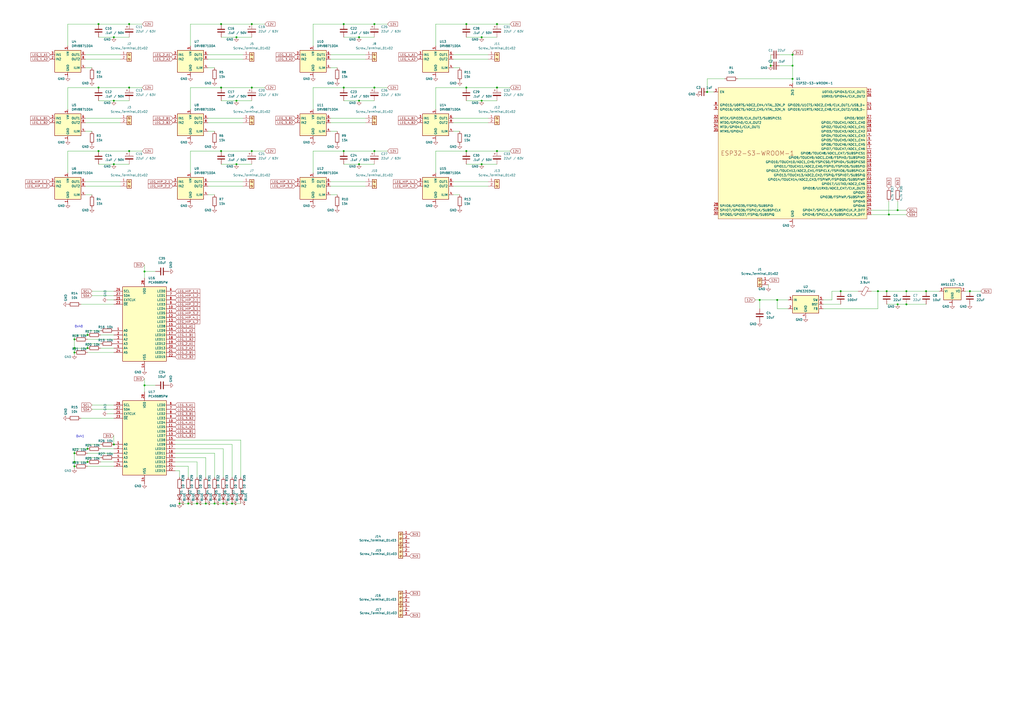
<source format=kicad_sch>
(kicad_sch (version 20231120) (generator "eeschema") (generator_version "8.0")
  (paper "A2")
  (junction (at 74.93 13.97))
  (junction (at 124.46 292.1))
  (junction (at 57.15 13.97))
  (junction (at 270.51 50.8))
  (junction (at 66.04 257.81))
  (junction (at 83.82 223.52))
  (junction (at 57.15 50.8))
  (junction (at 114.3 292.1))
  (junction (at 279.4 58.42))
  (junction (at 74.93 87.63))
  (junction (at 128.27 50.8))
  (junction (at 146.05 13.97))
  (junction (at 199.39 13.97))
  (junction (at 270.51 13.97))
  (junction (at 50.8 194.31))
  (junction (at 520.7 176.53))
  (junction (at 288.29 50.8))
  (junction (at 137.16 21.59))
  (junction (at 43.18 196.85))
  (junction (at 57.15 87.63))
  (junction (at 50.8 260.35))
  (junction (at 128.27 87.63))
  (junction (at 66.04 58.42))
  (junction (at 459.74 38.1))
  (junction (at 129.54 292.1))
  (junction (at 50.8 267.97))
  (junction (at 43.18 262.89))
  (junction (at 537.21 168.91))
  (junction (at 43.18 270.51))
  (junction (at 459.74 31.75))
  (junction (at 450.85 173.99))
  (junction (at 562.61 168.91))
  (junction (at 74.93 50.8))
  (junction (at 43.18 267.97))
  (junction (at 288.29 13.97))
  (junction (at 440.69 173.99))
  (junction (at 279.4 21.59))
  (junction (at 208.28 21.59))
  (junction (at 217.17 13.97))
  (junction (at 208.28 95.25))
  (junction (at 447.04 38.1))
  (junction (at 83.82 157.48))
  (junction (at 288.29 87.63))
  (junction (at 119.38 292.1))
  (junction (at 509.27 168.91))
  (junction (at 525.78 176.53))
  (junction (at 459.74 45.72))
  (junction (at 279.4 95.25))
  (junction (at 134.62 292.1))
  (junction (at 514.35 168.91))
  (junction (at 50.8 201.93))
  (junction (at 146.05 87.63))
  (junction (at 199.39 87.63))
  (junction (at 137.16 95.25))
  (junction (at 199.39 50.8))
  (junction (at 137.16 58.42))
  (junction (at 487.68 168.91))
  (junction (at 515.62 124.46))
  (junction (at 104.14 292.1))
  (junction (at 217.17 50.8))
  (junction (at 109.22 292.1))
  (junction (at 410.21 53.34))
  (junction (at 128.27 13.97))
  (junction (at 217.17 87.63))
  (junction (at 43.18 201.93))
  (junction (at 66.04 21.59))
  (junction (at 520.7 121.92))
  (junction (at 146.05 50.8))
  (junction (at 208.28 58.42))
  (junction (at 270.51 87.63))
  (junction (at 525.78 168.91))
  (junction (at 43.18 204.47))
  (junction (at 66.04 95.25))
  (wire (pts (xy 270.51 50.8) (xy 288.29 50.8)))
  (wire (pts (xy 62.23 240.03) (xy 66.04 240.03)))
  (wire (pts (xy 46.99 176.53) (xy 66.04 176.53)))
  (wire (pts (xy 137.16 21.59) (xy 146.05 21.59)))
  (wire (pts (xy 129.54 292.1) (xy 134.62 292.1)))
  (wire (pts (xy 438.15 173.99) (xy 440.69 173.99)))
  (wire (pts (xy 134.62 292.1) (xy 139.7 292.1)))
  (wire (pts (xy 445.77 166.37) (xy 445.77 165.1)))
  (wire (pts (xy 53.34 171.45) (xy 66.04 171.45)))
  (wire (pts (xy 57.15 87.63) (xy 74.93 87.63)))
  (wire (pts (xy 101.6 257.81) (xy 134.62 257.81)))
  (wire (pts (xy 208.28 58.42) (xy 217.17 58.42)))
  (wire (pts (xy 57.15 58.42) (xy 66.04 58.42)))
  (wire (pts (xy 50.8 191.77) (xy 50.8 194.31)))
  (wire (pts (xy 50.8 260.35) (xy 43.18 260.35)))
  (wire (pts (xy 114.3 292.1) (xy 119.38 292.1)))
  (wire (pts (xy 459.74 45.72) (xy 459.74 48.26)))
  (wire (pts (xy 58.42 260.35) (xy 66.04 260.35)))
  (wire (pts (xy 505.46 168.91) (xy 509.27 168.91)))
  (wire (pts (xy 427.99 45.72) (xy 459.74 45.72)))
  (wire (pts (xy 58.42 199.39) (xy 50.8 199.39)))
  (wire (pts (xy 270.51 21.59) (xy 279.4 21.59)))
  (wire (pts (xy 49.53 31.75) (xy 69.85 31.75)))
  (wire (pts (xy 520.7 116.84) (xy 520.7 121.92)))
  (wire (pts (xy 101.6 267.97) (xy 114.3 267.97)))
  (wire (pts (xy 181.61 87.63) (xy 199.39 87.63)))
  (wire (pts (xy 217.17 50.8) (xy 224.79 50.8)))
  (wire (pts (xy 562.61 168.91) (xy 568.96 168.91)))
  (wire (pts (xy 119.38 265.43) (xy 119.38 276.86)))
  (wire (pts (xy 120.65 76.2) (xy 124.46 76.2)))
  (wire (pts (xy 128.27 13.97) (xy 146.05 13.97)))
  (wire (pts (xy 252.73 26.67) (xy 252.73 13.97)))
  (wire (pts (xy 110.49 13.97) (xy 128.27 13.97)))
  (wire (pts (xy 262.89 68.58) (xy 283.21 68.58)))
  (wire (pts (xy 50.8 196.85) (xy 66.04 196.85)))
  (wire (pts (xy 57.15 21.59) (xy 66.04 21.59)))
  (wire (pts (xy 120.65 34.29) (xy 140.97 34.29)))
  (wire (pts (xy 482.6 168.91) (xy 487.68 168.91)))
  (wire (pts (xy 49.53 113.03) (xy 53.34 113.03)))
  (wire (pts (xy 199.39 95.25) (xy 208.28 95.25)))
  (wire (pts (xy 262.89 34.29) (xy 283.21 34.29)))
  (wire (pts (xy 43.18 262.89) (xy 43.18 267.97)))
  (wire (pts (xy 49.53 105.41) (xy 69.85 105.41)))
  (wire (pts (xy 279.4 21.59) (xy 288.29 21.59)))
  (wire (pts (xy 509.27 179.07) (xy 509.27 168.91)))
  (wire (pts (xy 452.12 31.75) (xy 459.74 31.75)))
  (wire (pts (xy 110.49 87.63) (xy 128.27 87.63)))
  (wire (pts (xy 146.05 87.63) (xy 153.67 87.63)))
  (wire (pts (xy 477.52 173.99) (xy 482.6 173.99)))
  (wire (pts (xy 83.82 161.29) (xy 83.82 157.48)))
  (wire (pts (xy 450.85 179.07) (xy 457.2 179.07)))
  (wire (pts (xy 514.35 168.91) (xy 525.78 168.91)))
  (wire (pts (xy 262.89 31.75) (xy 283.21 31.75)))
  (wire (pts (xy 191.77 34.29) (xy 212.09 34.29)))
  (wire (pts (xy 110.49 26.67) (xy 110.49 13.97)))
  (wire (pts (xy 39.37 13.97) (xy 57.15 13.97)))
  (wire (pts (xy 120.65 31.75) (xy 140.97 31.75)))
  (wire (pts (xy 482.6 173.99) (xy 482.6 168.91)))
  (wire (pts (xy 181.61 13.97) (xy 199.39 13.97)))
  (wire (pts (xy 270.51 58.42) (xy 279.4 58.42)))
  (wire (pts (xy 50.8 199.39) (xy 50.8 201.93)))
  (wire (pts (xy 199.39 13.97) (xy 217.17 13.97)))
  (wire (pts (xy 525.78 176.53) (xy 537.21 176.53)))
  (wire (pts (xy 440.69 173.99) (xy 450.85 173.99)))
  (wire (pts (xy 83.82 227.33) (xy 83.82 223.52)))
  (wire (pts (xy 39.37 100.33) (xy 39.37 87.63)))
  (wire (pts (xy 129.54 260.35) (xy 129.54 276.86)))
  (wire (pts (xy 50.8 257.81) (xy 50.8 260.35)))
  (wire (pts (xy 128.27 58.42) (xy 137.16 58.42)))
  (wire (pts (xy 66.04 21.59) (xy 74.93 21.59)))
  (wire (pts (xy 101.6 262.89) (xy 124.46 262.89)))
  (wire (pts (xy 49.53 68.58) (xy 69.85 68.58)))
  (wire (pts (xy 120.65 113.03) (xy 124.46 113.03)))
  (wire (pts (xy 49.53 107.95) (xy 69.85 107.95)))
  (wire (pts (xy 58.42 257.81) (xy 50.8 257.81)))
  (wire (pts (xy 181.61 26.67) (xy 181.61 13.97)))
  (wire (pts (xy 58.42 191.77) (xy 50.8 191.77)))
  (wire (pts (xy 49.53 71.12) (xy 69.85 71.12)))
  (wire (pts (xy 199.39 58.42) (xy 208.28 58.42)))
  (wire (pts (xy 110.49 50.8) (xy 128.27 50.8)))
  (wire (pts (xy 288.29 13.97) (xy 295.91 13.97)))
  (wire (pts (xy 191.77 113.03) (xy 195.58 113.03)))
  (wire (pts (xy 487.68 168.91) (xy 497.84 168.91)))
  (wire (pts (xy 53.34 234.95) (xy 66.04 234.95)))
  (wire (pts (xy 83.82 219.71) (xy 83.82 223.52)))
  (wire (pts (xy 66.04 95.25) (xy 74.93 95.25)))
  (wire (pts (xy 252.73 13.97) (xy 270.51 13.97)))
  (wire (pts (xy 43.18 270.51) (xy 43.18 271.78)))
  (wire (pts (xy 119.38 292.1) (xy 124.46 292.1)))
  (wire (pts (xy 279.4 95.25) (xy 288.29 95.25)))
  (wire (pts (xy 270.51 87.63) (xy 288.29 87.63)))
  (wire (pts (xy 53.34 237.49) (xy 66.04 237.49)))
  (wire (pts (xy 146.05 13.97) (xy 153.67 13.97)))
  (wire (pts (xy 109.22 270.51) (xy 109.22 276.86)))
  (wire (pts (xy 57.15 50.8) (xy 74.93 50.8)))
  (wire (pts (xy 288.29 87.63) (xy 295.91 87.63)))
  (wire (pts (xy 537.21 168.91) (xy 544.83 168.91)))
  (wire (pts (xy 199.39 50.8) (xy 217.17 50.8)))
  (wire (pts (xy 110.49 63.5) (xy 110.49 50.8)))
  (wire (pts (xy 124.46 262.89) (xy 124.46 276.86)))
  (wire (pts (xy 128.27 21.59) (xy 137.16 21.59)))
  (wire (pts (xy 58.42 201.93) (xy 66.04 201.93)))
  (wire (pts (xy 191.77 39.37) (xy 195.58 39.37)))
  (wire (pts (xy 252.73 87.63) (xy 270.51 87.63)))
  (wire (pts (xy 66.04 252.73) (xy 66.04 257.81)))
  (wire (pts (xy 50.8 270.51) (xy 66.04 270.51)))
  (wire (pts (xy 101.6 265.43) (xy 119.38 265.43)))
  (wire (pts (xy 120.65 39.37) (xy 124.46 39.37)))
  (wire (pts (xy 50.8 194.31) (xy 43.18 194.31)))
  (wire (pts (xy 217.17 87.63) (xy 224.79 87.63)))
  (wire (pts (xy 208.28 95.25) (xy 217.17 95.25)))
  (wire (pts (xy 66.04 58.42) (xy 74.93 58.42)))
  (wire (pts (xy 208.28 21.59) (xy 217.17 21.59)))
  (wire (pts (xy 191.77 68.58) (xy 212.09 68.58)))
  (wire (pts (xy 50.8 262.89) (xy 66.04 262.89)))
  (wire (pts (xy 450.85 173.99) (xy 450.85 179.07)))
  (wire (pts (xy 49.53 39.37) (xy 53.34 39.37)))
  (wire (pts (xy 101.6 273.05) (xy 104.14 273.05)))
  (wire (pts (xy 270.51 95.25) (xy 279.4 95.25)))
  (wire (pts (xy 49.53 76.2) (xy 53.34 76.2)))
  (wire (pts (xy 520.7 176.53) (xy 525.78 176.53)))
  (wire (pts (xy 191.77 71.12) (xy 212.09 71.12)))
  (wire (pts (xy 124.46 292.1) (xy 129.54 292.1)))
  (wire (pts (xy 440.69 173.99) (xy 440.69 179.07)))
  (wire (pts (xy 53.34 168.91) (xy 66.04 168.91)))
  (wire (pts (xy 450.85 173.99) (xy 457.2 173.99)))
  (wire (pts (xy 50.8 265.43) (xy 50.8 267.97)))
  (wire (pts (xy 505.46 121.92) (xy 520.7 121.92)))
  (wire (pts (xy 43.18 201.93) (xy 43.18 204.47)))
  (wire (pts (xy 74.93 13.97) (xy 82.55 13.97)))
  (wire (pts (xy 74.93 50.8) (xy 82.55 50.8)))
  (wire (pts (xy 459.74 30.48) (xy 459.74 31.75)))
  (wire (pts (xy 279.4 58.42) (xy 288.29 58.42)))
  (wire (pts (xy 146.05 50.8) (xy 153.67 50.8)))
  (wire (pts (xy 50.8 204.47) (xy 66.04 204.47)))
  (wire (pts (xy 262.89 113.03) (xy 266.7 113.03)))
  (wire (pts (xy 262.89 105.41) (xy 283.21 105.41)))
  (wire (pts (xy 181.61 100.33) (xy 181.61 87.63)))
  (wire (pts (xy 137.16 95.25) (xy 146.05 95.25)))
  (wire (pts (xy 191.77 76.2) (xy 195.58 76.2)))
  (wire (pts (xy 191.77 107.95) (xy 212.09 107.95)))
  (wire (pts (xy 181.61 50.8) (xy 199.39 50.8)))
  (wire (pts (xy 101.6 270.51) (xy 109.22 270.51)))
  (wire (pts (xy 270.51 13.97) (xy 288.29 13.97)))
  (wire (pts (xy 262.89 39.37) (xy 266.7 39.37)))
  (wire (pts (xy 109.22 292.1) (xy 114.3 292.1)))
  (wire (pts (xy 50.8 267.97) (xy 43.18 267.97)))
  (wire (pts (xy 191.77 31.75) (xy 212.09 31.75)))
  (wire (pts (xy 199.39 21.59) (xy 208.28 21.59)))
  (wire (pts (xy 181.61 63.5) (xy 181.61 50.8)))
  (wire (pts (xy 120.65 71.12) (xy 140.97 71.12)))
  (wire (pts (xy 104.14 292.1) (xy 109.22 292.1)))
  (wire (pts (xy 120.65 105.41) (xy 140.97 105.41)))
  (wire (pts (xy 120.65 68.58) (xy 140.97 68.58)))
  (wire (pts (xy 252.73 100.33) (xy 252.73 87.63)))
  (wire (pts (xy 104.14 273.05) (xy 104.14 276.86)))
  (wire (pts (xy 120.65 107.95) (xy 140.97 107.95)))
  (wire (pts (xy 459.74 38.1) (xy 459.74 45.72)))
  (wire (pts (xy 459.74 31.75) (xy 459.74 38.1)))
  (wire (pts (xy 58.42 265.43) (xy 50.8 265.43)))
  (wire (pts (xy 128.27 50.8) (xy 146.05 50.8)))
  (wire (pts (xy 410.21 53.34) (xy 410.21 45.72)))
  (wire (pts (xy 137.16 58.42) (xy 146.05 58.42)))
  (wire (pts (xy 58.42 194.31) (xy 66.04 194.31)))
  (wire (pts (xy 414.02 53.34) (xy 410.21 53.34)))
  (wire (pts (xy 114.3 267.97) (xy 114.3 276.86)))
  (wire (pts (xy 505.46 124.46) (xy 515.62 124.46)))
  (wire (pts (xy 62.23 173.99) (xy 66.04 173.99)))
  (wire (pts (xy 43.18 260.35) (xy 43.18 262.89)))
  (wire (pts (xy 262.89 71.12) (xy 283.21 71.12)))
  (wire (pts (xy 110.49 100.33) (xy 110.49 87.63)))
  (wire (pts (xy 39.37 87.63) (xy 57.15 87.63)))
  (wire (pts (xy 43.18 204.47) (xy 43.18 205.74)))
  (wire (pts (xy 43.18 196.85) (xy 43.18 201.93)))
  (wire (pts (xy 101.6 255.27) (xy 139.7 255.27)))
  (wire (pts (xy 43.18 267.97) (xy 43.18 270.51)))
  (wire (pts (xy 128.27 87.63) (xy 146.05 87.63)))
  (wire (pts (xy 509.27 168.91) (xy 514.35 168.91)))
  (wire (pts (xy 134.62 257.81) (xy 134.62 276.86)))
  (wire (pts (xy 39.37 26.67) (xy 39.37 13.97)))
  (wire (pts (xy 46.99 242.57) (xy 66.04 242.57)))
  (wire (pts (xy 50.8 201.93) (xy 43.18 201.93)))
  (wire (pts (xy 515.62 116.84) (xy 515.62 124.46)))
  (wire (pts (xy 520.7 121.92) (xy 525.78 121.92)))
  (wire (pts (xy 447.04 31.75) (xy 447.04 38.1)))
  (wire (pts (xy 252.73 63.5) (xy 252.73 50.8)))
  (wire (pts (xy 288.29 50.8) (xy 295.91 50.8)))
  (wire (pts (xy 83.82 157.48) (xy 90.17 157.48)))
  (wire (pts (xy 139.7 255.27) (xy 139.7 276.86)))
  (wire (pts (xy 49.53 34.29) (xy 69.85 34.29)))
  (wire (pts (xy 514.35 176.53) (xy 520.7 176.53)))
  (wire (pts (xy 199.39 87.63) (xy 217.17 87.63)))
  (wire (pts (xy 525.78 168.91) (xy 537.21 168.91)))
  (wire (pts (xy 101.6 260.35) (xy 129.54 260.35)))
  (wire (pts (xy 560.07 168.91) (xy 562.61 168.91)))
  (wire (pts (xy 58.42 267.97) (xy 66.04 267.97)))
  (wire (pts (xy 477.52 176.53) (xy 487.68 176.53)))
  (wire (pts (xy 74.93 87.63) (xy 82.55 87.63)))
  (wire (pts (xy 477.52 179.07) (xy 509.27 179.07)))
  (wire (pts (xy 128.27 95.25) (xy 137.16 95.25)))
  (wire (pts (xy 452.12 38.1) (xy 459.74 38.1)))
  (wire (pts (xy 410.21 45.72) (xy 420.37 45.72)))
  (wire (pts (xy 83.82 223.52) (xy 90.17 223.52)))
  (wire (pts (xy 43.18 194.31) (xy 43.18 196.85)))
  (wire (pts (xy 262.89 76.2) (xy 266.7 76.2)))
  (wire (pts (xy 57.15 13.97) (xy 74.93 13.97)))
  (wire (pts (xy 191.77 105.41) (xy 212.09 105.41)))
  (wire (pts (xy 39.37 50.8) (xy 57.15 50.8)))
  (wire (pts (xy 217.17 13.97) (xy 224.79 13.97)))
  (wire (pts (xy 57.15 95.25) (xy 66.04 95.25)))
  (wire (pts (xy 515.62 124.46) (xy 525.78 124.46)))
  (wire (pts (xy 252.73 50.8) (xy 270.51 50.8)))
  (wire (pts (xy 262.89 107.95) (xy 283.21 107.95)))
  (wire (pts (xy 83.82 153.67) (xy 83.82 157.48)))
  (wire (pts (xy 39.37 63.5) (xy 39.37 50.8)))
  (text "0x41\n\n" (at 46.482 254.254 0) (effects (font (size 1.27 1.27))))
  (text "0x40\n" (at 45.72 189.484 0) (effects (font (size 1.27 1.27))))
  (global_label "LEG_1_A2" (shape input) (at 101.6 191.77 0) (property "Intersheetrefs" "${INTERSHEET_REFS}" (effects (hide yes))))
  (global_label "3V3" (shape input) (at 83.82 219.71 180) (property "Intersheetrefs" "${INTERSHEET_REFS}" (effects (hide yes))))
  (global_label "SDA" (shape input) (at 525.78 124.46 0) (property "Intersheetrefs" "${INTERSHEET_REFS}" (effects (hide yes))))
  (global_label "3V3" (shape input) (at 237.49 309.88 0) (property "Intersheetrefs" "${INTERSHEET_REFS}" (effects (hide yes))))
  (global_label "LEG_HIP_3_1" (shape input) (at 101.6 179.07 0) (property "Intersheetrefs" "${INTERSHEET_REFS}" (effects (hide yes))))
  (global_label "LEG_2_A2" (shape input) (at 101.6 201.93 0) (property "Intersheetrefs" "${INTERSHEET_REFS}" (effects (hide yes))))
  (global_label "LEG_HIP_3_2" (shape input) (at 171.45 107.95 180) (property "Intersheetrefs" "${INTERSHEET_REFS}" (effects (hide yes))))
  (global_label "LEG_1_B2" (shape input) (at 29.21 71.12 180) (property "Intersheetrefs" "${INTERSHEET_REFS}" (effects (hide yes))))
  (global_label "LEG_3_B1" (shape input) (at 101.6 240.03 0) (property "Intersheetrefs" "${INTERSHEET_REFS}" (effects (hide yes))))
  (global_label "LEG_1_B1" (shape input) (at 29.21 68.58 180) (property "Intersheetrefs" "${INTERSHEET_REFS}" (effects (hide yes))))
  (global_label "LEG_3_A2" (shape input) (at 171.45 34.29 180) (property "Intersheetrefs" "${INTERSHEET_REFS}" (effects (hide yes))))
  (global_label "LEG_HIP_1_1" (shape input) (at 101.6 168.91 0) (property "Intersheetrefs" "${INTERSHEET_REFS}" (effects (hide yes))))
  (global_label "LEG_3_B1" (shape input) (at 171.45 68.58 180) (property "Intersheetrefs" "${INTERSHEET_REFS}" (effects (hide yes))))
  (global_label "3V3" (shape input) (at 237.49 322.58 0) (property "Intersheetrefs" "${INTERSHEET_REFS}" (effects (hide yes))))
  (global_label "LEG_2_A1" (shape input) (at 101.6 199.39 0) (property "Intersheetrefs" "${INTERSHEET_REFS}" (effects (hide yes))))
  (global_label "SDA" (shape input) (at 53.34 171.45 180) (property "Intersheetrefs" "${INTERSHEET_REFS}" (effects (hide yes))))
  (global_label "12V" (shape input) (at 153.67 50.8 0) (property "Intersheetrefs" "${INTERSHEET_REFS}" (effects (hide yes))))
  (global_label "LEG_1_A1" (shape input) (at 101.6 189.23 0) (property "Intersheetrefs" "${INTERSHEET_REFS}" (effects (hide yes))))
  (global_label "12V" (shape input) (at 224.79 87.63 0) (property "Intersheetrefs" "${INTERSHEET_REFS}" (effects (hide yes))))
  (global_label "LEG_3_B2" (shape input) (at 101.6 242.57 0) (property "Intersheetrefs" "${INTERSHEET_REFS}" (effects (hide yes))))
  (global_label "LEG_4_A1" (shape input) (at 101.6 245.11 0) (property "Intersheetrefs" "${INTERSHEET_REFS}" (effects (hide yes))))
  (global_label "LEG_2_B1" (shape input) (at 100.33 68.58 180) (property "Intersheetrefs" "${INTERSHEET_REFS}" (effects (hide yes))))
  (global_label "12V" (shape input) (at 153.67 13.97 0) (property "Intersheetrefs" "${INTERSHEET_REFS}" (effects (hide yes))))
  (global_label "LEG_2_B2" (shape input) (at 100.33 71.12 180) (property "Intersheetrefs" "${INTERSHEET_REFS}" (effects (hide yes))))
  (global_label "LEG_4_A2" (shape input) (at 242.57 34.29 180) (property "Intersheetrefs" "${INTERSHEET_REFS}" (effects (hide yes))))
  (global_label "3V3" (shape input) (at 237.49 344.17 0) (property "Intersheetrefs" "${INTERSHEET_REFS}" (effects (hide yes))))
  (global_label "3V3" (shape input) (at 568.96 168.91 0) (property "Intersheetrefs" "${INTERSHEET_REFS}" (effects (hide yes))))
  (global_label "LEG_1_B1" (shape input) (at 101.6 194.31 0) (property "Intersheetrefs" "${INTERSHEET_REFS}" (effects (hide yes))))
  (global_label "LEG_HIP_3_1" (shape input) (at 171.45 105.41 180) (property "Intersheetrefs" "${INTERSHEET_REFS}" (effects (hide yes))))
  (global_label "LEG_HIP_4_1" (shape input) (at 101.6 184.15 0) (property "Intersheetrefs" "${INTERSHEET_REFS}" (effects (hide yes))))
  (global_label "12V" (shape input) (at 82.55 13.97 0) (property "Intersheetrefs" "${INTERSHEET_REFS}" (effects (hide yes))))
  (global_label "LEG_HIP_4_2" (shape input) (at 101.6 186.69 0) (property "Intersheetrefs" "${INTERSHEET_REFS}" (effects (hide yes))))
  (global_label "LEG_3_A2" (shape input) (at 101.6 237.49 0) (property "Intersheetrefs" "${INTERSHEET_REFS}" (effects (hide yes))))
  (global_label "3V3" (shape input) (at 459.74 30.48 0) (property "Intersheetrefs" "${INTERSHEET_REFS}" (effects (hide yes))))
  (global_label "LEG_HIP_2_1" (shape input) (at 100.33 105.41 180) (property "Intersheetrefs" "${INTERSHEET_REFS}" (effects (hide yes))))
  (global_label "12V" (shape input) (at 224.79 13.97 0) (property "Intersheetrefs" "${INTERSHEET_REFS}" (effects (hide yes))))
  (global_label "LEG_HIP_4_2" (shape input) (at 242.57 107.95 180) (property "Intersheetrefs" "${INTERSHEET_REFS}" (effects (hide yes))))
  (global_label "12V" (shape input) (at 445.77 162.56 0) (property "Intersheetrefs" "${INTERSHEET_REFS}" (effects (hide yes))))
  (global_label "LEG_2_B2" (shape input) (at 101.6 207.01 0) (property "Intersheetrefs" "${INTERSHEET_REFS}" (effects (hide yes))))
  (global_label "SCL" (shape input) (at 525.78 121.92 0) (property "Intersheetrefs" "${INTERSHEET_REFS}" (effects (hide yes))))
  (global_label "LEG_HIP_2_2" (shape input) (at 101.6 176.53 0) (property "Intersheetrefs" "${INTERSHEET_REFS}" (effects (hide yes))))
  (global_label "3V3" (shape input) (at 515.62 109.22 90) (property "Intersheetrefs" "${INTERSHEET_REFS}" (effects (hide yes))))
  (global_label "LEG_HIP_2_1" (shape input) (at 101.6 173.99 0) (property "Intersheetrefs" "${INTERSHEET_REFS}" (effects (hide yes))))
  (global_label "12V" (shape input) (at 295.91 87.63 0) (property "Intersheetrefs" "${INTERSHEET_REFS}" (effects (hide yes))))
  (global_label "LEG_HIP_3_2" (shape input) (at 101.6 181.61 0) (property "Intersheetrefs" "${INTERSHEET_REFS}" (effects (hide yes))))
  (global_label "12V" (shape input) (at 438.15 173.99 180) (property "Intersheetrefs" "${INTERSHEET_REFS}" (effects (hide yes))))
  (global_label "3V3" (shape input) (at 237.49 356.87 0) (property "Intersheetrefs" "${INTERSHEET_REFS}" (effects (hide yes))))
  (global_label "LEG_3_B2" (shape input) (at 171.45 71.12 180) (property "Intersheetrefs" "${INTERSHEET_REFS}" (effects (hide yes))))
  (global_label "LEG_2_A2" (shape input) (at 100.33 34.29 180) (property "Intersheetrefs" "${INTERSHEET_REFS}" (effects (hide yes))))
  (global_label "LEG_4_B2" (shape input) (at 101.6 252.73 0) (property "Intersheetrefs" "${INTERSHEET_REFS}" (effects (hide yes))))
  (global_label "3V3" (shape input) (at 83.82 153.67 180) (property "Intersheetrefs" "${INTERSHEET_REFS}" (effects (hide yes))))
  (global_label "SCL" (shape input) (at 53.34 168.91 180) (property "Intersheetrefs" "${INTERSHEET_REFS}" (effects (hide yes))))
  (global_label "LEG_2_B1" (shape input) (at 101.6 204.47 0) (property "Intersheetrefs" "${INTERSHEET_REFS}" (effects (hide yes))))
  (global_label "LEG_2_A1" (shape input) (at 100.33 31.75 180) (property "Intersheetrefs" "${INTERSHEET_REFS}" (effects (hide yes))))
  (global_label "LEG_1_A1" (shape input) (at 29.21 31.75 180) (property "Intersheetrefs" "${INTERSHEET_REFS}" (effects (hide yes))))
  (global_label "3V3" (shape input) (at 66.04 252.73 180) (property "Intersheetrefs" "${INTERSHEET_REFS}" (effects (hide yes))))
  (global_label "LEG_1_A2" (shape input) (at 29.21 34.29 180) (property "Intersheetrefs" "${INTERSHEET_REFS}" (effects (hide yes))))
  (global_label "LEG_4_A1" (shape input) (at 242.57 31.75 180) (property "Intersheetrefs" "${INTERSHEET_REFS}" (effects (hide yes))))
  (global_label "12V" (shape input) (at 82.55 50.8 0) (property "Intersheetrefs" "${INTERSHEET_REFS}" (effects (hide yes))))
  (global_label "LEG_HIP_4_1" (shape input) (at 242.57 105.41 180) (property "Intersheetrefs" "${INTERSHEET_REFS}" (effects (hide yes))))
  (global_label "LEG_4_B1" (shape input) (at 242.57 68.58 180) (property "Intersheetrefs" "${INTERSHEET_REFS}" (effects (hide yes))))
  (global_label "12V" (shape input) (at 153.67 87.63 0) (property "Intersheetrefs" "${INTERSHEET_REFS}" (effects (hide yes))))
  (global_label "LEG_4_B1" (shape input) (at 101.6 250.19 0) (property "Intersheetrefs" "${INTERSHEET_REFS}" (effects (hide yes))))
  (global_label "SDA" (shape input) (at 53.34 237.49 180) (property "Intersheetrefs" "${INTERSHEET_REFS}" (effects (hide yes))))
  (global_label "LEG_HIP_1_2" (shape input) (at 29.21 107.95 180) (property "Intersheetrefs" "${INTERSHEET_REFS}" (effects (hide yes))))
  (global_label "12V" (shape input) (at 82.55 87.63 0) (property "Intersheetrefs" "${INTERSHEET_REFS}" (effects (hide yes))))
  (global_label "12V" (shape input) (at 295.91 50.8 0) (property "Intersheetrefs" "${INTERSHEET_REFS}" (effects (hide yes))))
  (global_label "SCL" (shape input) (at 53.34 234.95 180) (property "Intersheetrefs" "${INTERSHEET_REFS}" (effects (hide yes))))
  (global_label "12V" (shape input) (at 295.91 13.97 0) (property "Intersheetrefs" "${INTERSHEET_REFS}" (effects (hide yes))))
  (global_label "3V3" (shape input) (at 520.7 109.22 90) (property "Intersheetrefs" "${INTERSHEET_REFS}" (effects (hide yes))))
  (global_label "LEG_3_A1" (shape input) (at 171.45 31.75 180) (property "Intersheetrefs" "${INTERSHEET_REFS}" (effects (hide yes))))
  (global_label "LEG_HIP_1_2" (shape input) (at 101.6 171.45 0) (property "Intersheetrefs" "${INTERSHEET_REFS}" (effects (hide yes))))
  (global_label "LEG_1_B2" (shape input) (at 101.6 196.85 0) (property "Intersheetrefs" "${INTERSHEET_REFS}" (effects (hide yes))))
  (global_label "LEG_4_A2" (shape input) (at 101.6 247.65 0) (property "Intersheetrefs" "${INTERSHEET_REFS}" (effects (hide yes))))
  (global_label "LEG_HIP_2_2" (shape input) (at 100.33 107.95 180) (property "Intersheetrefs" "${INTERSHEET_REFS}" (effects (hide yes))))
  (global_label "LEG_4_B2" (shape input) (at 242.57 71.12 180) (property "Intersheetrefs" "${INTERSHEET_REFS}" (effects (hide yes))))
  (global_label "LEG_HIP_1_1" (shape input) (at 29.21 105.41 180) (property "Intersheetrefs" "${INTERSHEET_REFS}" (effects (hide yes))))
  (global_label "12V" (shape input) (at 224.79 50.8 0) (property "Intersheetrefs" "${INTERSHEET_REFS}" (effects (hide yes))))
  (global_label "LEG_3_A1" (shape input) (at 101.6 234.95 0) (property "Intersheetrefs" "${INTERSHEET_REFS}" (effects (hide yes))))
  (symbol (lib_id "Device:R") (at 62.23 199.39 270) (unit 1)
    (property "Reference" "R19" (at 58.928 197.358 90))
    (property "Value" "10k" (at 63.754 197.358 90))
    (property "Description" "Resistor" (effects (hide yes)))
  )
  (symbol (lib_id "Device:C") (at 199.39 54.61 0) (unit 1)
    (property "Reference" "C23" (at 203.2 53.3399 0) (effects (justify left)))
    (property "Value" ".1uF / 50V" (at 203.2 55.8799 0) (effects (justify left)))
    (property "Description" "Unpolarized capacitor" (effects (hide yes)))
  )
  (symbol (lib_id "Driver_Motor:DRV8871DDA") (at 181.61 71.12 0) (unit 1)
    (property "Reference" "U11" (at 183.8041 60.96 0) (effects (justify left)))
    (property "Value" "DRV8871DDA" (at 183.8041 63.5 0) (effects (justify left)))
    (property "Footprint" "Package_SO:Texas_HTSOP-8-1EP_3.9x4.9mm_P1.27mm_EP2.95x4.9mm_Mask2.4x3.1mm_ThermalVias" (effects (hide yes)))
    (property "Datasheet" "http://www.ti.com/lit/ds/symlink/drv8871.pdf" (effects (hide yes)))
    (property "Description" "Brushed DC Motor Driver, PWM Control, 45V, 3.6A, Current limiting, HTSOP-8" (effects (hide yes)))
  )
  (symbol (lib_id "Device:C_Polarized") (at 217.17 17.78 0) (unit 1)
    (property "Reference" "C25" (at 220.98 15.6209 0) (effects (justify left)))
    (property "Value" "22uF / 63V" (at 220.98 18.1609 0) (effects (justify left)))
    (property "Description" "Polarized capacitor" (effects (hide yes)))
  )
  (symbol (lib_id "power:GND") (at 445.77 166.37 0) (unit 1)
    (property "Reference" "#PWR08" (effects (hide yes)))
    (property "Value" "GND" (at 441.96 167.64 0))
  )
  (symbol (lib_id "Device:R") (at 54.61 260.35 270) (unit 1)
    (property "Reference" "R24" (at 51.308 258.318 90))
    (property "Value" "10k" (at 56.134 258.318 90))
    (property "Description" "Resistor" (effects (hide yes)))
  )
  (symbol (lib_id "Device:R") (at 134.62 280.67 180) (unit 1)
    (property "Reference" "R34" (at 136.652 277.368 90))
    (property "Value" "10" (at 136.652 282.194 90))
    (property "Description" "Resistor" (effects (hide yes)))
  )
  (symbol (lib_id "Device:R") (at 266.7 116.84 0) (unit 1)
    (property "Reference" "R13" (at 269.24 115.5699 0) (effects (justify left)))
    (property "Value" "15k" (at 269.24 118.1099 0) (effects (justify left)))
    (property "Description" "Resistor" (effects (hide yes)))
  )
  (symbol (lib_id "PCM_Espressif:ESP32-S3-WROOM-1") (at 459.74 88.9 0) (unit 1)
    (property "Reference" "U1" (at 461.6959 45.72 0) (effects (justify left)))
    (property "Value" "ESP32-S3-WROOM-1" (at 461.6959 48.26 0) (effects (justify left)))
    (property "Footprint" "PCM_Espressif:ESP32-S3-WROOM-1" (effects (hide yes)))
    (property "Datasheet" "https://www.espressif.com/sites/default/files/documentation/esp32-s3-wroom-1_wroom-1u_datasheet_en.pdf" (effects (hide yes)))
  )
  (symbol (lib_id "Device:LED") (at 129.54 288.29 90) (unit 1)
    (property "Reference" "D6" (at 130.556 284.226 0) (effects (justify right)))
    (property "Value" "BLUE" (at 132.334 285.75 0) (effects (justify right)))
    (property "Description" "Light emitting diode" (effects (hide yes)))
  )
  (symbol (lib_id "power:GND") (at 104.14 292.1 0) (unit 1)
    (property "Reference" "#PWR055" (effects (hide yes)))
    (property "Value" "GND" (at 100.33 293.37 0))
  )
  (symbol (lib_id "power:GND") (at 124.46 120.65 0) (unit 1)
    (property "Reference" "#PWR023" (effects (hide yes)))
    (property "Value" "GND" (at 120.65 121.92 0))
  )
  (symbol (lib_id "Device:C_Polarized") (at 146.05 17.78 0) (unit 1)
    (property "Reference" "C19" (at 149.86 15.6209 0) (effects (justify left)))
    (property "Value" "22uF / 63V" (at 149.86 18.1609 0) (effects (justify left)))
    (property "Description" "Polarized capacitor" (effects (hide yes)))
  )
  (symbol (lib_id "Connector:Screw_Terminal_01x02") (at 146.05 31.75 0) (unit 1)
    (property "Reference" "J5" (at 146.05 25.4 0))
    (property "Value" "Screw_Terminal_01x02" (at 146.05 27.94 0))
  )
  (symbol (lib_id "Device:R") (at 54.61 267.97 270) (unit 1)
    (property "Reference" "R25" (at 51.308 265.938 90))
    (property "Value" "10k" (at 56.134 265.938 90))
    (property "Description" "Resistor" (effects (hide yes)))
  )
  (symbol (lib_id "Driver_Motor:DRV8871DDA") (at 181.61 107.95 0) (unit 1)
    (property "Reference" "U12" (at 183.8041 97.79 0) (effects (justify left)))
    (property "Value" "DRV8871DDA" (at 183.8041 100.33 0) (effects (justify left)))
    (property "Footprint" "Package_SO:Texas_HTSOP-8-1EP_3.9x4.9mm_P1.27mm_EP2.95x4.9mm_Mask2.4x3.1mm_ThermalVias" (effects (hide yes)))
    (property "Datasheet" "http://www.ti.com/lit/ds/symlink/drv8871.pdf" (effects (hide yes)))
    (property "Description" "Brushed DC Motor Driver, PWM Control, 45V, 3.6A, Current limiting, HTSOP-8" (effects (hide yes)))
  )
  (symbol (lib_id "Device:C") (at 270.51 17.78 0) (unit 1)
    (property "Reference" "C28" (at 274.32 16.5099 0) (effects (justify left)))
    (property "Value" ".1uF / 50V" (at 274.32 19.0499 0) (effects (justify left)))
    (property "Description" "Unpolarized capacitor" (effects (hide yes)))
  )
  (symbol (lib_id "power:GND") (at 39.37 176.53 270) (unit 1)
    (property "Reference" "#PWR051" (effects (hide yes)))
    (property "Value" "GND" (at 38.1 172.72 0))
  )
  (symbol (lib_id "Connector:Screw_Terminal_01x02") (at 146.05 68.58 0) (unit 1)
    (property "Reference" "J6" (at 146.05 62.23 0))
    (property "Value" "Screw_Terminal_01x02" (at 146.05 64.77 0))
  )
  (symbol (lib_id "Driver_Motor:DRV8871DDA") (at 252.73 34.29 0) (unit 1)
    (property "Reference" "U13" (at 254.9241 24.13 0) (effects (justify left)))
    (property "Value" "DRV8871DDA" (at 254.9241 26.67 0) (effects (justify left)))
    (property "Footprint" "Package_SO:Texas_HTSOP-8-1EP_3.9x4.9mm_P1.27mm_EP2.95x4.9mm_Mask2.4x3.1mm_ThermalVias" (effects (hide yes)))
    (property "Datasheet" "http://www.ti.com/lit/ds/symlink/drv8871.pdf" (effects (hide yes)))
    (property "Description" "Brushed DC Motor Driver, PWM Control, 45V, 3.6A, Current limiting, HTSOP-8" (effects (hide yes)))
  )
  (symbol (lib_id "Connector:Screw_Terminal_01x02") (at 146.05 105.41 0) (unit 1)
    (property "Reference" "J7" (at 146.05 99.06 0))
    (property "Value" "Screw_Terminal_01x02" (at 146.05 101.6 0))
  )
  (symbol (lib_id "Driver_Motor:DRV8871DDA") (at 39.37 107.95 0) (unit 1)
    (property "Reference" "U6" (at 41.5641 97.79 0) (effects (justify left)))
    (property "Value" "DRV8871DDA" (at 41.5641 100.33 0) (effects (justify left)))
    (property "Footprint" "Package_SO:Texas_HTSOP-8-1EP_3.9x4.9mm_P1.27mm_EP2.95x4.9mm_Mask2.4x3.1mm_ThermalVias" (effects (hide yes)))
    (property "Datasheet" "http://www.ti.com/lit/ds/symlink/drv8871.pdf" (effects (hide yes)))
    (property "Description" "Brushed DC Motor Driver, PWM Control, 45V, 3.6A, Current limiting, HTSOP-8" (effects (hide yes)))
  )
  (symbol (lib_id "Device:C") (at 537.21 172.72 0) (unit 1)
    (property "Reference" "C8" (at 541.02 171.45 0) (effects (justify left)))
    (property "Value" "10uF" (at 541.02 173.99 0) (effects (justify left)))
  )
  (symbol (lib_id "Connector:Screw_Terminal_01x02") (at 74.93 105.41 0) (unit 1)
    (property "Reference" "J4" (at 74.93 99.06 0))
    (property "Value" "Screw_Terminal_01x02" (at 74.93 101.6 0))
  )
  (symbol (lib_id "power:GND") (at 181.61 44.45 0) (unit 1)
    (property "Reference" "#PWR027" (effects (hide yes)))
    (property "Value" "GND" (at 177.8 45.72 0))
  )
  (symbol (lib_id "power:GND") (at 83.82 214.63 0) (unit 1)
    (property "Reference" "#PWR046" (effects (hide yes)))
    (property "Value" "GND" (at 80.01 215.9 0))
  )
  (symbol (lib_id "Connector:Screw_Terminal_01x02") (at 217.17 105.41 0) (unit 1)
    (property "Reference" "J10" (at 217.17 99.06 0))
    (property "Value" "Screw_Terminal_01x02" (at 217.17 101.6 0))
  )
  (symbol (lib_id "Connector:Screw_Terminal_01x02") (at 288.29 68.58 0) (unit 1)
    (property "Reference" "J12" (at 288.29 62.23 0))
    (property "Value" "Screw_Terminal_01x02" (at 288.29 64.77 0))
  )
  (symbol (lib_id "Driver_Motor:DRV8871DDA") (at 39.37 71.12 0) (unit 1)
    (property "Reference" "U5" (at 41.5641 60.96 0) (effects (justify left)))
    (property "Value" "DRV8871DDA" (at 41.5641 63.5 0) (effects (justify left)))
    (property "Footprint" "Package_SO:Texas_HTSOP-8-1EP_3.9x4.9mm_P1.27mm_EP2.95x4.9mm_Mask2.4x3.1mm_ThermalVias" (effects (hide yes)))
    (property "Datasheet" "http://www.ti.com/lit/ds/symlink/drv8871.pdf" (effects (hide yes)))
    (property "Description" "Brushed DC Motor Driver, PWM Control, 45V, 3.6A, Current limiting, HTSOP-8" (effects (hide yes)))
  )
  (symbol (lib_id "power:GND") (at 195.58 83.82 0) (unit 1)
    (property "Reference" "#PWR031" (effects (hide yes)))
    (property "Value" "GND" (at 191.77 85.09 0))
  )
  (symbol (lib_id "Connector:Screw_Terminal_01x03") (at 232.41 354.33 0) (mirror y) (unit 1)
    (property "Reference" "J17" (at 219.456 353.568 0))
    (property "Value" "Screw_Terminal_01x03" (at 219.456 355.6 0))
    (property "Description" "Generic screw terminal, single row, 01x03, script generated (kicad-library-utils/schlib/autogen/connector/)" (effects (hide yes)))
  )
  (symbol (lib_id "Device:C_Polarized") (at 217.17 54.61 0) (unit 1)
    (property "Reference" "C26" (at 220.98 52.4509 0) (effects (justify left)))
    (property "Value" "22uF / 63V" (at 220.98 54.9909 0) (effects (justify left)))
    (property "Description" "Polarized capacitor" (effects (hide yes)))
  )
  (symbol (lib_id "Device:R") (at 515.62 113.03 180) (unit 1)
    (property "Reference" "R37" (at 517.652 109.728 90))
    (property "Value" "4.7k" (at 517.652 114.554 90))
    (property "Description" "Resistor" (effects (hide yes)))
  )
  (symbol (lib_id "Driver_Motor:DRV8871DDA") (at 181.61 34.29 0) (unit 1)
    (property "Reference" "U10" (at 183.8041 24.13 0) (effects (justify left)))
    (property "Value" "DRV8871DDA" (at 183.8041 26.67 0) (effects (justify left)))
    (property "Footprint" "Package_SO:Texas_HTSOP-8-1EP_3.9x4.9mm_P1.27mm_EP2.95x4.9mm_Mask2.4x3.1mm_ThermalVias" (effects (hide yes)))
    (property "Datasheet" "http://www.ti.com/lit/ds/symlink/drv8871.pdf" (effects (hide yes)))
    (property "Description" "Brushed DC Motor Driver, PWM Control, 45V, 3.6A, Current limiting, HTSOP-8" (effects (hide yes)))
  )
  (symbol (lib_id "Device:C_Polarized") (at 74.93 54.61 0) (unit 1)
    (property "Reference" "C13" (at 78.74 52.4509 0) (effects (justify left)))
    (property "Value" "22uF / 63V" (at 78.74 54.9909 0) (effects (justify left)))
    (property "Description" "Polarized capacitor" (effects (hide yes)))
  )
  (symbol (lib_id "Device:R") (at 62.23 191.77 270) (unit 1)
    (property "Reference" "R16" (at 58.928 189.738 90))
    (property "Value" "10k" (at 63.754 189.738 90))
    (property "Description" "Resistor" (effects (hide yes)))
  )
  (symbol (lib_id "Connector:Screw_Terminal_01x02") (at 217.17 31.75 0) (unit 1)
    (property "Reference" "J8" (at 217.17 25.4 0))
    (property "Value" "Screw_Terminal_01x02" (at 217.17 27.94 0))
  )
  (symbol (lib_id "power:GND") (at 53.34 120.65 0) (unit 1)
    (property "Reference" "#PWR016" (effects (hide yes)))
    (property "Value" "GND" (at 49.53 121.92 0))
  )
  (symbol (lib_id "Device:C") (at 270.51 91.44 0) (unit 1)
    (property "Reference" "C30" (at 274.32 90.1699 0) (effects (justify left)))
    (property "Value" ".1uF / 50V" (at 274.32 92.7099 0) (effects (justify left)))
    (property "Description" "Unpolarized capacitor" (effects (hide yes)))
  )
  (symbol (lib_id "power:GND") (at 53.34 46.99 0) (unit 1)
    (property "Reference" "#PWR09" (effects (hide yes)))
    (property "Value" "GND" (at 49.53 48.26 0))
  )
  (symbol (lib_id "Connector:Screw_Terminal_01x02") (at 288.29 105.41 0) (unit 1)
    (property "Reference" "J13" (at 288.29 99.06 0))
    (property "Value" "Screw_Terminal_01x02" (at 288.29 101.6 0))
  )
  (symbol (lib_id "Device:R") (at 119.38 280.67 180) (unit 1)
    (property "Reference" "R31" (at 121.412 277.368 90))
    (property "Value" "10" (at 121.412 282.194 90))
    (property "Description" "Resistor" (effects (hide yes)))
  )
  (symbol (lib_id "power:GND") (at 279.4 21.59 0) (unit 1)
    (property "Reference" "#PWR042" (effects (hide yes)))
    (property "Value" "GND" (at 275.59 22.86 0))
  )
  (symbol (lib_id "Device:R") (at 124.46 80.01 0) (unit 1)
    (property "Reference" "R6" (at 127 78.7399 0) (effects (justify left)))
    (property "Value" "15k" (at 127 81.2799 0) (effects (justify left)))
    (property "Description" "Resistor" (effects (hide yes)))
  )
  (symbol (lib_id "power:GND") (at 459.74 129.54 0) (unit 1)
    (property "Reference" "#PWR056" (effects (hide yes)))
    (property "Value" "GND" (at 455.93 130.81 0))
  )
  (symbol (lib_id "Device:C") (at 514.35 172.72 0) (unit 1)
    (property "Reference" "C6" (at 518.16 171.45 0) (effects (justify left)))
    (property "Value" "22uF" (at 518.16 173.99 0) (effects (justify left)))
  )
  (symbol (lib_id "power:GND") (at 252.73 81.28 0) (unit 1)
    (property "Reference" "#PWR037" (effects (hide yes)))
    (property "Value" "GND" (at 248.92 82.55 0))
  )
  (symbol (lib_id "PCM_SL_Devices:Capacitor_NP") (at 449.58 31.75 0) (unit 1)
    (property "Reference" "C1" (at 447.04 29.21 0))
    (property "Value" "22uF" (at 453.39 29.21 0))
    (property "Footprint" "Capacitor_THT:C_Disc_D3.0mm_W2.0mm_P2.50mm" (effects (hide yes)))
  )
  (symbol (lib_id "power:GND") (at 208.28 95.25 0) (unit 1)
    (property "Reference" "#PWR035" (effects (hide yes)))
    (property "Value" "GND" (at 204.47 96.52 0))
  )
  (symbol (lib_id "Device:C") (at 525.78 172.72 0) (unit 1)
    (property "Reference" "C7" (at 529.59 171.45 0) (effects (justify left)))
    (property "Value" "22uF" (at 529.59 173.99 0) (effects (justify left)))
  )
  (symbol (lib_id "Device:R") (at 53.34 116.84 0) (unit 1)
    (property "Reference" "R4" (at 55.88 115.5699 0) (effects (justify left)))
    (property "Value" "15k" (at 55.88 118.1099 0) (effects (justify left)))
    (property "Description" "Resistor" (effects (hide yes)))
  )
  (symbol (lib_id "Device:C_Polarized") (at 288.29 17.78 0) (unit 1)
    (property "Reference" "C31" (at 292.1 15.6209 0) (effects (justify left)))
    (property "Value" "22uF / 63V" (at 292.1 18.1609 0) (effects (justify left)))
    (property "Description" "Polarized capacitor" (effects (hide yes)))
  )
  (symbol (lib_id "Device:C") (at 57.15 54.61 0) (unit 1)
    (property "Reference" "C12" (at 60.96 53.3399 0) (effects (justify left)))
    (property "Value" ".1uF / 50V" (at 60.96 55.8799 0) (effects (justify left)))
    (property "Description" "Unpolarized capacitor" (effects (hide yes)))
  )
  (symbol (lib_id "Device:LED") (at 109.22 288.29 90) (unit 1)
    (property "Reference" "D2" (at 110.236 284.226 0) (effects (justify right)))
    (property "Value" "BLUE" (at 112.014 285.75 0) (effects (justify right)))
    (property "Description" "Light emitting diode" (effects (hide yes)))
  )
  (symbol (lib_id "Connector:Screw_Terminal_01x02") (at 74.93 31.75 0) (unit 1)
    (property "Reference" "J2" (at 74.93 25.4 0))
    (property "Value" "Screw_Terminal_01x02" (at 74.93 27.94 0))
  )
  (symbol (lib_id "Device:C_Polarized") (at 74.93 17.78 0) (unit 1)
    (property "Reference" "C11" (at 78.74 15.6209 0) (effects (justify left)))
    (property "Value" "22uF / 63V" (at 78.74 18.1609 0) (effects (justify left)))
    (property "Description" "Polarized capacitor" (effects (hide yes)))
  )
  (symbol (lib_id "Device:R") (at 195.58 80.01 0) (unit 1)
    (property "Reference" "R9" (at 198.12 78.7399 0) (effects (justify left)))
    (property "Value" "15k" (at 198.12 81.2799 0) (effects (justify left)))
    (property "Description" "Resistor" (effects (hide yes)))
  )
  (symbol (lib_id "power:GND") (at 66.04 95.25 0) (unit 1)
    (property "Reference" "#PWR017" (effects (hide yes)))
    (property "Value" "GND" (at 62.23 96.52 0))
  )
  (symbol (lib_id "power:GND") (at 97.79 223.52 90) (mirror x) (unit 1)
    (property "Reference" "#PWR050" (effects (hide yes)))
    (property "Value" "GND" (at 99.06 219.71 0))
  )
  (symbol (lib_id "Device:C") (at 270.51 54.61 0) (unit 1)
    (property "Reference" "C29" (at 274.32 53.3399 0) (effects (justify left)))
    (property "Value" ".1uF / 50V" (at 274.32 55.8799 0) (effects (justify left)))
    (property "Description" "Unpolarized capacitor" (effects (hide yes)))
  )
  (symbol (lib_id "Device:C_Polarized") (at 146.05 54.61 0) (unit 1)
    (property "Reference" "C20" (at 149.86 52.4509 0) (effects (justify left)))
    (property "Value" "22uF / 63V" (at 149.86 54.9909 0) (effects (justify left)))
    (property "Description" "Polarized capacitor" (effects (hide yes)))
  )
  (symbol (lib_id "power:GND") (at 39.37 81.28 0) (unit 1)
    (property "Reference" "#PWR012" (effects (hide yes)))
    (property "Value" "GND" (at 35.56 82.55 0))
  )
  (symbol (lib_id "Device:C") (at 440.69 182.88 0) (unit 1)
    (property "Reference" "C4" (at 444.5 181.61 0) (effects (justify left)))
    (property "Value" "10uF" (at 444.5 184.15 0) (effects (justify left)))
  )
  (symbol (lib_id "Device:C_Polarized") (at 288.29 54.61 0) (unit 1)
    (property "Reference" "C32" (at 292.1 52.4509 0) (effects (justify left)))
    (property "Value" "22uF / 63V" (at 292.1 54.9909 0) (effects (justify left)))
    (property "Description" "Polarized capacitor" (effects (hide yes)))
  )
  (symbol (lib_id "Device:C") (at 199.39 17.78 0) (unit 1)
    (property "Reference" "C22" (at 203.2 16.5099 0) (effects (justify left)))
    (property "Value" ".1uF / 50V" (at 203.2 19.0499 0) (effects (justify left)))
    (property "Description" "Unpolarized capacitor" (effects (hide yes)))
  )
  (symbol (lib_id "Regulator_Linear:AMS1117-3.3") (at 552.45 168.91 0) (unit 1)
    (property "Reference" "U3" (at 552.45 162.56 0))
    (property "Value" "AMS1117-3.3" (at 552.45 165.1 0))
    (property "Footprint" "Package_TO_SOT_SMD:SOT-223-3_TabPin2" (effects (hide yes)))
    (property "Datasheet" "http://www.advanced-monolithic.com/pdf/ds1117.pdf" (effects (hide yes)))
  )
  (symbol (lib_id "power:GND") (at 137.16 21.59 0) (unit 1)
    (property "Reference" "#PWR024" (effects (hide yes)))
    (property "Value" "GND" (at 133.35 22.86 0))
  )
  (symbol (lib_id "power:GND") (at 208.28 58.42 0) (unit 1)
    (property "Reference" "#PWR034" (effects (hide yes)))
    (property "Value" "GND" (at 204.47 59.69 0))
  )
  (symbol (lib_id "Device:LED") (at 139.7 288.29 90) (unit 1)
    (property "Reference" "D8" (at 140.716 284.226 0) (effects (justify right)))
    (property "Value" "BLUE" (at 142.494 285.75 0) (effects (justify right)))
    (property "Description" "Light emitting diode" (effects (hide yes)))
  )
  (symbol (lib_id "Device:R") (at 43.18 242.57 270) (unit 1)
    (property "Reference" "R15" (at 43.18 236.22 90))
    (property "Value" "10k" (at 43.18 238.76 90))
    (property "Description" "Resistor" (effects (hide yes)))
  )
  (symbol (lib_id "power:GND") (at 110.49 44.45 0) (unit 1)
    (property "Reference" "#PWR018" (effects (hide yes)))
    (property "Value" "GND" (at 106.68 45.72 0))
  )
  (symbol (lib_id "Device:R") (at 53.34 80.01 0) (unit 1)
    (property "Reference" "R3" (at 55.88 78.7399 0) (effects (justify left)))
    (property "Value" "15k" (at 55.88 81.2799 0) (effects (justify left)))
    (property "Description" "Resistor" (effects (hide yes)))
  )
  (symbol (lib_id "Device:C") (at 487.68 172.72 0) (unit 1)
    (property "Reference" "C5" (at 491.49 171.45 0) (effects (justify left)))
    (property "Value" "100nF" (at 491.49 173.99 0) (effects (justify left)))
  )
  (symbol (lib_id "power:GND") (at 39.37 118.11 0) (unit 1)
    (property "Reference" "#PWR015" (effects (hide yes)))
    (property "Value" "GND" (at 35.56 119.38 0))
  )
  (symbol (lib_id "Connector:Screw_Terminal_01x02") (at 74.93 68.58 0) (unit 1)
    (property "Reference" "J3" (at 74.93 62.23 0))
    (property "Value" "Screw_Terminal_01x02" (at 74.93 64.77 0))
  )
  (symbol (lib_id "power:GND") (at 520.7 176.53 0) (unit 1)
    (property "Reference" "#PWR05" (effects (hide yes)))
    (property "Value" "GND" (at 516.89 177.8 0))
  )
  (symbol (lib_id "power:GND") (at 137.16 58.42 0) (unit 1)
    (property "Reference" "#PWR025" (effects (hide yes)))
    (property "Value" "GND" (at 133.35 59.69 0))
  )
  (symbol (lib_id "Connector:Screw_Terminal_01x02") (at 217.17 68.58 0) (unit 1)
    (property "Reference" "J9" (at 217.17 62.23 0))
    (property "Value" "Screw_Terminal_01x02" (at 217.17 64.77 0))
  )
  (symbol (lib_id "Device:R") (at 124.46 43.18 0) (unit 1)
    (property "Reference" "R5" (at 127 41.9099 0) (effects (justify left)))
    (property "Value" "15k" (at 127 44.4499 0) (effects (justify left)))
    (property "Description" "Resistor" (effects (hide yes)))
  )
  (symbol (lib_id "Regulator_Switching:AP63203WU") (at 467.36 176.53 0) (unit 1)
    (property "Reference" "U2" (at 467.36 166.37 0))
    (property "Value" "AP63203WU" (at 467.36 168.91 0))
    (property "Footprint" "Package_TO_SOT_SMD:TSOT-23-6" (effects (hide yes)))
    (property "Datasheet" "https://www.diodes.com/assets/Datasheets/AP63200-AP63201-AP63203-AP63205.pdf" (effects (hide yes)))
  )
  (symbol (lib_id "Device:C") (at 93.98 157.48 90) (unit 1)
    (property "Reference" "C35" (at 93.98 149.86 90))
    (property "Value" "10uF" (at 93.98 152.4 90))
    (property "Description" "Unpolarized capacitor" (effects (hide yes)))
  )
  (symbol (lib_id "power:GND") (at 66.04 21.59 0) (unit 1)
    (property "Reference" "#PWR010" (effects (hide yes)))
    (property "Value" "GND" (at 62.23 22.86 0))
  )
  (symbol (lib_id "Device:C") (at 562.61 172.72 0) (unit 1)
    (property "Reference" "C9" (at 566.42 171.45 0) (effects (justify left)))
    (property "Value" "22uF" (at 566.42 173.99 0) (effects (justify left)))
  )
  (symbol (lib_id "Connector:Screw_Terminal_01x03") (at 232.41 320.04 0) (mirror y) (unit 1)
    (property "Reference" "J15" (at 219.456 319.278 0))
    (property "Value" "Screw_Terminal_01x03" (at 219.456 321.31 0))
    (property "Description" "Generic screw terminal, single row, 01x03, script generated (kicad-library-utils/schlib/autogen/connector/)" (effects (hide yes)))
  )
  (symbol (lib_id "Connector:Screw_Terminal_01x03") (at 232.41 346.71 0) (mirror y) (unit 1)
    (property "Reference" "J16" (at 219.202 345.44 0))
    (property "Value" "Screw_Terminal_01x03" (at 219.202 347.726 0))
    (property "Description" "Generic screw terminal, single row, 01x03, script generated (kicad-library-utils/schlib/autogen/connector/)" (effects (hide yes)))
  )
  (symbol (lib_id "Device:R") (at 62.23 257.81 270) (unit 1)
    (property "Reference" "R26" (at 58.928 255.778 90))
    (property "Value" "10k" (at 63.754 255.778 90))
    (property "Description" "Resistor" (effects (hide yes)))
  )
  (symbol (lib_id "Device:R") (at 104.14 280.67 180) (unit 1)
    (property "Reference" "R28" (at 106.172 277.368 90))
    (property "Value" "10" (at 106.172 282.194 90))
    (property "Description" "Resistor" (effects (hide yes)))
  )
  (symbol (lib_id "power:GND") (at 552.45 176.53 0) (unit 1)
    (property "Reference" "#PWR06" (effects (hide yes)))
    (property "Value" "GND" (at 548.64 177.8 0))
  )
  (symbol (lib_id "Device:R") (at 114.3 280.67 180) (unit 1)
    (property "Reference" "R30" (at 116.332 277.368 90))
    (property "Value" "10" (at 116.332 282.194 90))
    (property "Description" "Resistor" (effects (hide yes)))
  )
  (symbol (lib_id "power:GND") (at 195.58 120.65 0) (unit 1)
    (property "Reference" "#PWR032" (effects (hide yes)))
    (property "Value" "GND" (at 191.77 121.92 0))
  )
  (symbol (lib_id "power:GND") (at 266.7 120.65 0) (unit 1)
    (property "Reference" "#PWR041" (effects (hide yes)))
    (property "Value" "GND" (at 262.89 121.92 0))
  )
  (symbol (lib_id "Driver_Motor:DRV8871DDA") (at 110.49 71.12 0) (unit 1)
    (property "Reference" "U8" (at 112.6841 60.96 0) (effects (justify left)))
    (property "Value" "DRV8871DDA" (at 112.6841 63.5 0) (effects (justify left)))
    (property "Footprint" "Package_SO:Texas_HTSOP-8-1EP_3.9x4.9mm_P1.27mm_EP2.95x4.9mm_Mask2.4x3.1mm_ThermalVias" (effects (hide yes)))
    (property "Datasheet" "http://www.ti.com/lit/ds/symlink/drv8871.pdf" (effects (hide yes)))
    (property "Description" "Brushed DC Motor Driver, PWM Control, 45V, 3.6A, Current limiting, HTSOP-8" (effects (hide yes)))
  )
  (symbol (lib_id "power:GND") (at 181.61 81.28 0) (unit 1)
    (property "Reference" "#PWR028" (effects (hide yes)))
    (property "Value" "GND" (at 177.8 82.55 0))
  )
  (symbol (lib_id "power:GND") (at 266.7 83.82 0) (unit 1)
    (property "Reference" "#PWR040" (effects (hide yes)))
    (property "Value" "GND" (at 262.89 85.09 0))
  )
  (symbol (lib_id "Device:C") (at 128.27 91.44 0) (unit 1)
    (property "Reference" "C18" (at 132.08 90.1699 0) (effects (justify left)))
    (property "Value" ".1uF / 50V" (at 132.08 92.7099 0) (effects (justify left)))
    (property "Description" "Unpolarized capacitor" (effects (hide yes)))
  )
  (symbol (lib_id "power:GND") (at 279.4 95.25 0) (unit 1)
    (property "Reference" "#PWR044" (effects (hide yes)))
    (property "Value" "GND" (at 275.59 96.52 0))
  )
  (symbol (lib_id "Device:LED") (at 119.38 288.29 90) (unit 1)
    (property "Reference" "D4" (at 120.396 284.226 0) (effects (justify right)))
    (property "Value" "BLUE" (at 122.174 285.75 0) (effects (justify right)))
    (property "Description" "Light emitting diode" (effects (hide yes)))
  )
  (symbol (lib_id "PCM_SL_Devices:Capacitor_NP") (at 449.58 38.1 0) (unit 1)
    (property "Reference" "C2" (at 447.04 35.56 0))
    (property "Value" ".1uF" (at 453.39 35.56 0))
    (property "Footprint" "Capacitor_THT:C_Disc_D3.0mm_W2.0mm_P2.50mm" (effects (hide yes)))
  )
  (symbol (lib_id "Device:C_Polarized") (at 146.05 91.44 0) (unit 1)
    (property "Reference" "C21" (at 149.86 89.2809 0) (effects (justify left)))
    (property "Value" "22uF / 63V" (at 149.86 91.8209 0) (effects (justify left)))
    (property "Description" "Polarized capacitor" (effects (hide yes)))
  )
  (symbol (lib_id "Device:LED") (at 134.62 288.29 90) (unit 1)
    (property "Reference" "D7" (at 135.636 284.226 0) (effects (justify right)))
    (property "Value" "BLUE" (at 137.414 285.75 0) (effects (justify right)))
    (property "Description" "Light emitting diode" (effects (hide yes)))
  )
  (symbol (lib_id "Connector:Screw_Terminal_01x03") (at 232.41 312.42 0) (mirror y) (unit 1)
    (property "Reference" "J14" (at 219.202 311.15 0))
    (property "Value" "Screw_Terminal_01x03" (at 219.202 313.436 0))
    (property "Description" "Generic screw terminal, single row, 01x03, script generated (kicad-library-utils/schlib/autogen/connector/)" (effects (hide yes)))
  )
  (symbol (lib_id "power:GND") (at 208.28 21.59 0) (unit 1)
    (property "Reference" "#PWR033" (effects (hide yes)))
    (property "Value" "GND" (at 204.47 22.86 0))
  )
  (symbol (lib_id "Device:R") (at 139.7 280.67 180) (unit 1)
    (property "Reference" "R35" (at 141.732 277.368 90))
    (property "Value" "10" (at 141.732 282.194 90))
    (property "Description" "Resistor" (effects (hide yes)))
  )
  (symbol (lib_id "Driver_Motor:DRV8871DDA") (at 110.49 107.95 0) (unit 1)
    (property "Reference" "U9" (at 112.6841 97.79 0) (effects (justify left)))
    (property "Value" "DRV8871DDA" (at 112.6841 100.33 0) (effects (justify left)))
    (property "Footprint" "Package_SO:Texas_HTSOP-8-1EP_3.9x4.9mm_P1.27mm_EP2.95x4.9mm_Mask2.4x3.1mm_ThermalVias" (effects (hide yes)))
    (property "Datasheet" "http://www.ti.com/lit/ds/symlink/drv8871.pdf" (effects (hide yes)))
    (property "Description" "Brushed DC Motor Driver, PWM Control, 45V, 3.6A, Current limiting, HTSOP-8" (effects (hide yes)))
  )
  (symbol (lib_id "power:GND") (at 110.49 81.28 0) (unit 1)
    (property "Reference" "#PWR019" (effects (hide yes)))
    (property "Value" "GND" (at 106.68 82.55 0))
  )
  (symbol (lib_id "Device:C") (at 128.27 17.78 0) (unit 1)
    (property "Reference" "C16" (at 132.08 16.5099 0) (effects (justify left)))
    (property "Value" ".1uF / 50V" (at 132.08 19.0499 0) (effects (justify left)))
    (property "Description" "Unpolarized capacitor" (effects (hide yes)))
  )
  (symbol (lib_id "Device:C") (at 57.15 91.44 0) (unit 1)
    (property "Reference" "C14" (at 60.96 90.1699 0) (effects (justify left)))
    (property "Value" ".1uF / 50V" (at 60.96 92.7099 0) (effects (justify left)))
    (property "Description" "Unpolarized capacitor" (effects (hide yes)))
  )
  (symbol (lib_id "Driver_Motor:DRV8871DDA") (at 252.73 71.12 0) (unit 1)
    (property "Reference" "U14" (at 254.9241 60.96 0) (effects (justify left)))
    (property "Value" "DRV8871DDA" (at 254.9241 63.5 0) (effects (justify left)))
    (property "Footprint" "Package_SO:Texas_HTSOP-8-1EP_3.9x4.9mm_P1.27mm_EP2.95x4.9mm_Mask2.4x3.1mm_ThermalVias" (effects (hide yes)))
    (property "Datasheet" "http://www.ti.com/lit/ds/symlink/drv8871.pdf" (effects (hide yes)))
    (property "Description" "Brushed DC Motor Driver, PWM Control, 45V, 3.6A, Current limiting, HTSOP-8" (effects (hide yes)))
  )
  (symbol (lib_id "Device:C") (at 199.39 91.44 0) (unit 1)
    (property "Reference" "C24" (at 203.2 90.1699 0) (effects (justify left)))
    (property "Value" ".1uF / 50V" (at 203.2 92.7099 0) (effects (justify left)))
    (property "Description" "Unpolarized capacitor" (effects (hide yes)))
  )
  (symbol (lib_id "power:GND") (at 562.61 176.53 0) (unit 1)
    (property "Reference" "#PWR07" (effects (hide yes)))
    (property "Value" "GND" (at 558.8 177.8 0))
  )
  (symbol (lib_id "Device:R") (at 46.99 204.47 270) (unit 1)
    (property "Reference" "R21" (at 43.688 202.438 90))
    (property "Value" "10k" (at 48.514 202.438 90))
    (property "Description" "Resistor" (effects (hide yes)))
  )
  (symbol (lib_id "power:GND") (at 39.37 44.45 0) (unit 1)
    (property "Reference" "#PWR011" (effects (hide yes)))
    (property "Value" "GND" (at 35.56 45.72 0))
  )
  (symbol (lib_id "Device:R") (at 46.99 262.89 270) (unit 1)
    (property "Reference" "R22" (at 43.688 260.858 90))
    (property "Value" "10k" (at 48.514 260.858 90))
    (property "Description" "Resistor" (effects (hide yes)))
  )
  (symbol (lib_id "Device:C") (at 93.98 223.52 90) (unit 1)
    (property "Reference" "C34" (at 93.98 215.9 90))
    (property "Value" "10uF" (at 93.98 218.44 90))
    (property "Description" "Unpolarized capacitor" (effects (hide yes)))
  )
  (symbol (lib_id "Device:R") (at 124.46 116.84 0) (unit 1)
    (property "Reference" "R7" (at 127 115.5699 0) (effects (justify left)))
    (property "Value" "15k" (at 127 118.1099 0) (effects (justify left)))
    (property "Description" "Resistor" (effects (hide yes)))
  )
  (symbol (lib_id "Device:C_Polarized") (at 217.17 91.44 0) (unit 1)
    (property "Reference" "C27" (at 220.98 89.2809 0) (effects (justify left)))
    (property "Value" "22uF / 63V" (at 220.98 91.8209 0) (effects (justify left)))
    (property "Description" "Polarized capacitor" (effects (hide yes)))
  )
  (symbol (lib_id "Device:R") (at 124.46 280.67 180) (unit 1)
    (property "Reference" "R32" (at 126.492 277.368 90))
    (property "Value" "10" (at 126.492 282.194 90))
    (property "Description" "Resistor" (effects (hide yes)))
  )
  (symbol (lib_id "Device:R") (at 46.99 270.51 270) (unit 1)
    (property "Reference" "R23" (at 43.688 268.478 90))
    (property "Value" "10k" (at 48.514 268.478 90))
    (property "Description" "Resistor" (effects (hide yes)))
  )
  (symbol (lib_id "power:GND") (at 62.23 173.99 270) (unit 1)
    (property "Reference" "#PWR047" (effects (hide yes)))
    (property "Value" "GND" (at 60.96 170.18 0))
  )
  (symbol (lib_id "Driver_Motor:DRV8871DDA") (at 39.37 34.29 0) (unit 1)
    (property "Reference" "U4" (at 41.5641 24.13 0) (effects (justify left)))
    (property "Value" "DRV8871DDA" (at 41.5641 26.67 0) (effects (justify left)))
    (property "Footprint" "Package_SO:Texas_HTSOP-8-1EP_3.9x4.9mm_P1.27mm_EP2.95x4.9mm_Mask2.4x3.1mm_ThermalVias" (effects (hide yes)))
    (property "Datasheet" "http://www.ti.com/lit/ds/symlink/drv8871.pdf" (effects (hide yes)))
    (property "Description" "Brushed DC Motor Driver, PWM Control, 45V, 3.6A, Current limiting, HTSOP-8" (effects (hide yes)))
  )
  (symbol (lib_id "Device:R") (at 54.61 201.93 270) (unit 1)
    (property "Reference" "R20" (at 51.308 199.898 90))
    (property "Value" "10k" (at 56.134 199.898 90))
    (property "Description" "Resistor" (effects (hide yes)))
  )
  (symbol (lib_id "Device:LED") (at 104.14 288.29 90) (unit 1)
    (property "Reference" "D1" (at 105.156 284.226 0) (effects (justify right)))
    (property "Value" "BLUE" (at 106.934 285.75 0) (effects (justify right)))
    (property "Description" "Light emitting diode" (effects (hide yes)))
  )
  (symbol (lib_id "Device:C_Polarized") (at 74.93 91.44 0) (unit 1)
    (property "Reference" "C15" (at 78.74 89.2809 0) (effects (justify left)))
    (property "Value" "22uF / 63V" (at 78.74 91.8209 0) (effects (justify left)))
    (property "Description" "Polarized capacitor" (effects (hide yes)))
  )
  (symbol (lib_id "power:GND") (at 252.73 44.45 0) (unit 1)
    (property "Reference" "#PWR036" (effects (hide yes)))
    (property "Value" "GND" (at 248.92 45.72 0))
  )
  (symbol (lib_id "power:GND") (at 266.7 46.99 0) (unit 1)
    (property "Reference" "#PWR039" (effects (hide yes)))
    (property "Value" "GND" (at 262.89 48.26 0))
  )
  (symbol (lib_id "Device:R") (at 46.99 196.85 270) (unit 1)
    (property "Reference" "R18" (at 43.688 194.818 90))
    (property "Value" "10k" (at 48.514 194.818 90))
    (property "Description" "Resistor" (effects (hide yes)))
  )
  (symbol (lib_id "Driver_Motor:DRV8871DDA") (at 110.49 34.29 0) (unit 1)
    (property "Reference" "U7" (at 112.6841 24.13 0) (effects (justify left)))
    (property "Value" "DRV8871DDA" (at 112.6841 26.67 0) (effects (justify left)))
    (property "Footprint" "Package_SO:Texas_HTSOP-8-1EP_3.9x4.9mm_P1.27mm_EP2.95x4.9mm_Mask2.4x3.1mm_ThermalVias" (effects (hide yes)))
    (property "Datasheet" "http://www.ti.com/lit/ds/symlink/drv8871.pdf" (effects (hide yes)))
    (property "Description" "Brushed DC Motor Driver, PWM Control, 45V, 3.6A, Current limiting, HTSOP-8" (effects (hide yes)))
  )
  (symbol (lib_id "Connector:Screw_Terminal_01x02") (at 288.29 31.75 0) (unit 1)
    (property "Reference" "J11" (at 288.29 25.4 0))
    (property "Value" "Screw_Terminal_01x02" (at 288.29 27.94 0))
  )
  (symbol (lib_id "Device:C") (at 57.15 17.78 0) (unit 1)
    (property "Reference" "C10" (at 60.96 16.5099 0) (effects (justify left)))
    (property "Value" ".1uF / 50V" (at 60.96 19.0499 0) (effects (justify left)))
    (property "Description" "Unpolarized capacitor" (effects (hide yes)))
  )
  (symbol (lib_id "power:GND") (at 137.16 95.25 0) (unit 1)
    (property "Reference" "#PWR026" (effects (hide yes)))
    (property "Value" "GND" (at 133.35 96.52 0))
  )
  (symbol (lib_id "power:GND") (at 467.36 184.15 0) (unit 1)
    (property "Reference" "#PWR04" (effects (hide yes)))
    (property "Value" "GND" (at 463.55 185.42 0))
  )
  (symbol (lib_id "power:GND") (at 66.04 58.42 0) (unit 1)
    (property "Reference" "#PWR014" (effects (hide yes)))
    (property "Value" "GND" (at 62.23 59.69 0))
  )
  (symbol (lib_id "power:GND") (at 440.69 186.69 0) (unit 1)
    (property "Reference" "#PWR03" (effects (hide yes)))
    (property "Value" "GND" (at 436.88 187.96 0))
  )
  (symbol (lib_id "power:GND") (at 39.37 242.57 270) (unit 1)
    (property "Reference" "#PWR052" (effects (hide yes)))
    (property "Value" "GND" (at 38.1 238.76 0))
  )
  (symbol (lib_id "Driver_Motor:DRV8871DDA") (at 252.73 107.95 0) (unit 1)
    (property "Reference" "U15" (at 254.9241 97.79 0) (effects (justify left)))
    (property "Value" "DRV8871DDA" (at 254.9241 100.33 0) (effects (justify left)))
    (property "Footprint" "Package_SO:Texas_HTSOP-8-1EP_3.9x4.9mm_P1.27mm_EP2.95x4.9mm_Mask2.4x3.1mm_ThermalVias" (effects (hide yes)))
    (property "Datasheet" "http://www.ti.com/lit/ds/symlink/drv8871.pdf" (effects (hide yes)))
    (property "Description" "Brushed DC Motor Driver, PWM Control, 45V, 3.6A, Current limiting, HTSOP-8" (effects (hide yes)))
  )
  (symbol (lib_id "Device:R") (at 109.22 280.67 180) (unit 1)
    (property "Reference" "R29" (at 111.252 277.368 90))
    (property "Value" "10" (at 111.252 282.194 90))
    (property "Description" "Resistor" (effects (hide yes)))
  )
  (symbol (lib_id "power:GND") (at 124.46 83.82 0) (unit 1)
    (property "Reference" "#PWR022" (effects (hide yes)))
    (property "Value" "GND" (at 120.65 85.09 0))
  )
  (symbol (lib_id "Device:R") (at 424.18 45.72 270) (unit 1)
    (property "Reference" "R1" (at 424.18 39.37 90))
    (property "Value" "10k" (at 424.18 41.91 90))
  )
  (symbol (lib_id "power:GND") (at 405.13 53.34 0) (unit 1)
    (property "Reference" "#PWR02" (effects (hide yes)))
    (property "Value" "GND" (at 401.32 54.61 0))
  )
  (symbol (lib_id "PCM_SL_Devices:Capacitor_NP") (at 407.67 53.34 0) (unit 1)
    (property "Reference" "C3" (at 405.13 50.8 0))
    (property "Value" "1uF" (at 411.48 50.8 0))
    (property "Footprint" "Capacitor_THT:C_Disc_D3.0mm_W2.0mm_P2.50mm" (effects (hide yes)))
  )
  (symbol (lib_id "Device:C") (at 128.27 54.61 0) (unit 1)
    (property "Reference" "C17" (at 132.08 53.3399 0) (effects (justify left)))
    (property "Value" ".1uF / 50V" (at 132.08 55.8799 0) (effects (justify left)))
    (property "Description" "Unpolarized capacitor" (effects (hide yes)))
  )
  (symbol (lib_id "Device:LED") (at 124.46 288.29 90) (unit 1)
    (property "Reference" "D5" (at 125.476 284.226 0) (effects (justify right)))
    (property "Value" "BLUE" (at 127.254 285.75 0) (effects (justify right)))
    (property "Description" "Light emitting diode" (effects (hide yes)))
  )
  (symbol (lib_id "Device:R") (at 53.34 43.18 0) (unit 1)
    (property "Reference" "R2" (at 55.88 41.9099 0) (effects (justify left)))
    (property "Value" "15k" (at 55.88 44.4499 0) (effects (justify left)))
    (property "Description" "Resistor" (effects (hide yes)))
  )
  (symbol (lib_id "power:GND") (at 447.04 38.1 0) (unit 1)
    (property "Reference" "#PWR01" (effects (hide yes)))
    (property "Value" "GND" (at 443.23 39.37 0))
  )
  (symbol (lib_id "power:GND") (at 53.34 83.82 0) (unit 1)
    (property "Reference" "#PWR013" (effects (hide yes)))
    (property "Value" "GND" (at 49.53 85.09 0))
  )
  (symbol (lib_id "power:GND") (at 124.46 46.99 0) (unit 1)
    (property "Reference" "#PWR021" (effects (hide yes)))
    (property "Value" "GND" (at 120.65 48.26 0))
  )
  (symbol (lib_id "power:GND") (at 181.61 118.11 0) (unit 1)
    (property "Reference" "#PWR029" (effects (hide yes)))
    (property "Value" "GND" (at 177.8 119.38 0))
  )
  (symbol (lib_id "power:GND") (at 195.58 46.99 0) (unit 1)
    (property "Reference" "#PWR030" (effects (hide yes)))
    (property "Value" "GND" (at 191.77 48.26 0))
  )
  (symbol (lib_id "power:GND") (at 110.49 118.11 0) (unit 1)
    (property "Reference" "#PWR020" (effects (hide yes)))
    (property "Value" "GND" (at 106.68 119.38 0))
  )
  (symbol (lib_id "Device:R") (at 266.7 80.01 0) (unit 1)
    (property "Reference" "R12" (at 269.24 78.7399 0) (effects (justify left)))
    (property "Value" "15k" (at 269.24 81.2799 0) (effects (justify left)))
    (property "Description" "Resistor" (effects (hide yes)))
  )
  (symbol (lib_id "Connector:Screw_Terminal_01x02") (at 440.69 162.56 0) (mirror y) (unit 1)
    (property "Reference" "J1" (at 440.69 156.21 0))
    (property "Value" "Screw_Terminal_01x02" (at 440.69 158.75 0))
  )
  (symbol (lib_id "Device:LED") (at 114.3 288.29 90) (unit 1)
    (property "Reference" "D3" (at 115.316 284.226 0) (effects (justify right)))
    (property "Value" "BLUE" (at 117.094 285.75 0) (effects (justify right)))
    (property "Description" "Light emitting diode" (effects (hide yes)))
  )
  (symbol (lib_id "power:GND") (at 279.4 58.42 0) (unit 1)
    (property "Reference" "#PWR043" (effects (hide yes)))
    (property "Value" "GND" (at 275.59 59.69 0))
  )
  (symbol (lib_id "Driver_LED:PCA9685PW") (at 83.82 252.73 0) (unit 1)
    (property "Reference" "U17" (at 86.0141 227.33 0) (effects (justify left)))
    (property "Value" "PCA9685PW" (at 86.0141 229.87 0) (effects (justify left)))
    (property "Footprint" "Package_SO:TSSOP-28_4.4x9.7mm_P0.65mm" (effects (hide yes)))
    (property "Datasheet" "http://www.nxp.com/docs/en/data-sheet/PCA9685.pdf" (effects (hide yes)))
    (property "Description" "16-channel 12-bit PWM Fm+ I2C-bus LED controller RGBA TSSOP" (effects (hide yes)))
  )
  (symbol (lib_id "power:GND") (at 97.79 157.48 90) (mirror x) (unit 1)
    (property "Reference" "#PWR049" (effects (hide yes)))
    (property "Value" "GND" (at 99.06 153.67 0))
  )
  (symbol (lib_id "power:GND") (at 252.73 118.11 0) (unit 1)
    (property "Reference" "#PWR038" (effects (hide yes)))
    (property "Value" "GND" (at 248.92 119.38 0))
  )
  (symbol (lib_id "Device:R") (at 266.7 43.18 0) (unit 1)
    (property "Reference" "R11" (at 269.24 41.9099 0) (effects (justify left)))
    (property "Value" "15k" (at 269.24 44.4499 0) (effects (justify left)))
    (property "Description" "Resistor" (effects (hide yes)))
  )
  (symbol (lib_id "Device:R") (at 54.61 194.31 270) (unit 1)
    (property "Reference" "R17" (at 51.308 192.278 90))
    (property "Value" "10k" (at 56.134 192.278 90))
    (property "Description" "Resistor" (effects (hide yes)))
  )
  (symbol (lib_id "Device:R") (at 62.23 265.43 270) (unit 1)
    (property "Reference" "R27" (at 58.928 263.398 90))
    (property "Value" "10k" (at 63.754 263.398 90))
    (property "Description" "Resistor" (effects (hide yes)))
  )
  (symbol (lib_id "Device:R") (at 43.18 176.53 270) (unit 1)
    (property "Reference" "R14" (at 43.18 170.18 90))
    (property "Value" "10k" (at 43.18 172.72 90))
    (property "Description" "Resistor" (effects (hide yes)))
  )
  (symbol (lib_id "Device:R") (at 129.54 280.67 180) (unit 1)
    (property "Reference" "R33" (at 131.572 277.368 90))
    (property "Value" "10" (at 131.572 282.194 90))
    (property "Description" "Resistor" (effects (hide yes)))
  )
  (symbol (lib_id "power:GND") (at 43.18 271.78 0) (unit 1)
    (property "Reference" "#PWR054" (effects (hide yes)))
    (property "Value" "GND" (at 39.37 273.05 0))
  )
  (symbol (lib_id "power:GND") (at 43.18 205.74 0) (unit 1)
    (property "Reference" "#PWR053" (effects (hide yes)))
    (property "Value" "GND" (at 39.37 207.01 0))
  )
  (symbol (lib_id "Device:C_Polarized") (at 288.29 91.44 0) (unit 1)
    (property "Reference" "C33" (at 292.1 89.2809 0) (effects (justify left)))
    (property "Value" "22uF / 63V" (at 292.1 91.8209 0) (effects (justify left)))
    (property "Description" "Polarized capacitor" (effects (hide yes)))
  )
  (symbol (lib_id "Device:R") (at 195.58 43.18 0) (unit 1)
    (property "Reference" "R8" (at 198.12 41.9099 0) (effects (justify left)))
    (property "Value" "15k" (at 198.12 44.4499 0) (effects (justify left)))
    (property "Description" "Resistor" (effects (hide yes)))
  )
  (symbol (lib_id "power:GND") (at 83.82 280.67 0) (unit 1)
    (property "Reference" "#PWR045" (effects (hide yes)))
    (property "Value" "GND" (at 80.01 281.94 0))
  )
  (symbol (lib_id "Device:FerriteBead") (at 501.65 168.91 270) (unit 1)
    (property "Reference" "FB1" (at 501.7008 161.29 90))
    (property "Value" "3.9uH" (at 501.7008 163.83 90))
  )
  (symbol (lib_id "power:GND") (at 62.23 240.03 270) (unit 1)
    (property "Reference" "#PWR048" (effects (hide yes)))
    (property "Value" "GND" (at 60.96 236.22 0))
  )
  (symbol (lib_id "Device:R") (at 195.58 116.84 0) (unit 1)
    (property "Reference" "R10" (at 198.12 115.5699 0) (effects (justify left)))
    (property "Value" "15k" (at 198.12 118.1099 0) (effects (justify left)))
    (property "Description" "Resistor" (effects (hide yes)))
  )
  (symbol (lib_id "Device:R") (at 520.7 113.03 180) (unit 1)
    (property "Reference" "R36" (at 522.732 109.728 90))
    (property "Value" "4.7k" (at 522.732 114.554 90))
    (property "Description" "Resistor" (effects (hide yes)))
  )
  (symbol (lib_id "Driver_LED:PCA9685PW") (at 83.82 186.69 0) (unit 1)
    (property "Reference" "U16" (at 86.0141 161.29 0) (effects (justify left)))
    (property "Value" "PCA9685PW" (at 86.0141 163.83 0) (effects (justify left)))
    (property "Footprint" "Package_SO:TSSOP-28_4.4x9.7mm_P0.65mm" (effects (hide yes)))
    (property "Datasheet" "http://www.nxp.com/docs/en/data-sheet/PCA9685.pdf" (effects (hide yes)))
    (property "Description" "16-channel 12-bit PWM Fm+ I2C-bus LED controller RGBA TSSOP" (effects (hide yes)))
  )
)
</source>
